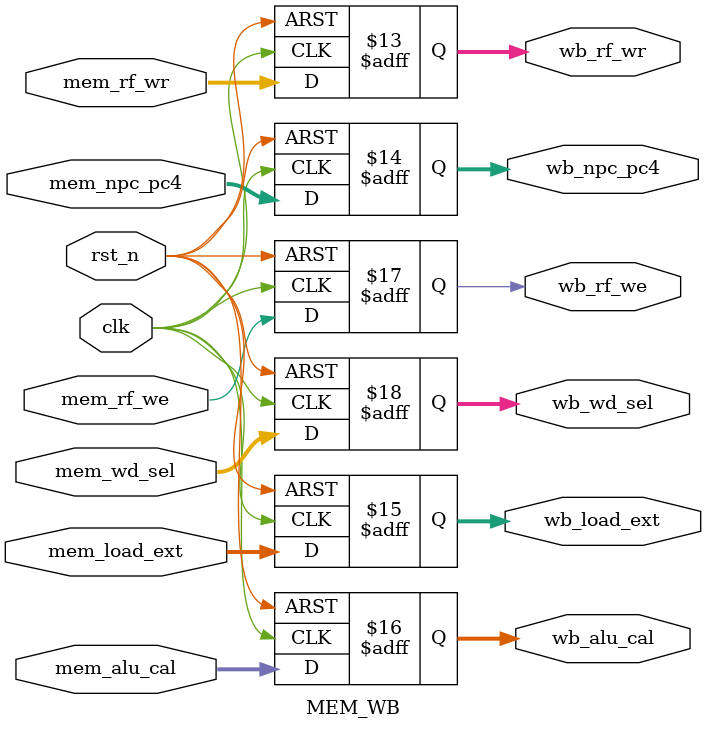
<source format=v>
module MEM_WB(
    input                    clk, //Ê±ÖÓ
    input                  rst_n, //¸´Î»ÐÅºÅ

    input  [1:0]      mem_wd_sel,
    input              mem_rf_we,
    input  [31:0]    mem_alu_cal,
    input  [31:0]   mem_load_ext,
    input  [31:0]    mem_npc_pc4,
    input  [4:0]       mem_rf_wr,

    output reg [1:0]       wb_wd_sel,
    output reg              wb_rf_we,
    output reg [31:0]     wb_alu_cal,
    output reg [31:0]    wb_load_ext,
    output reg [31:0]     wb_npc_pc4,
    output reg [4:0]        wb_rf_wr
    );

    always @(posedge clk or negedge rst_n) 
    begin
        if (~rst_n) wb_wd_sel <= 0;
        else        wb_wd_sel <= mem_wd_sel;
    end

    always @(posedge clk or negedge rst_n) 
    begin
        if (~rst_n) wb_rf_we <= 0;
        else        wb_rf_we <= mem_rf_we;
    end

    always @(posedge clk or negedge rst_n) 
    begin
        if (~rst_n) wb_alu_cal <= 0;
        else        wb_alu_cal <= mem_alu_cal;
    end

    always @(posedge clk or negedge rst_n) 
    begin
        if (~rst_n) wb_load_ext <= 0;
        else        wb_load_ext <= mem_load_ext;
    end

    always @(posedge clk or negedge rst_n) 
    begin
        if (~rst_n) wb_npc_pc4 <= 0;
        else        wb_npc_pc4 <= mem_npc_pc4;
    end

    always @(posedge clk or negedge rst_n) 
    begin
        if (~rst_n) wb_rf_wr <= 0;
        else        wb_rf_wr <= mem_rf_wr;
    end

endmodule

</source>
